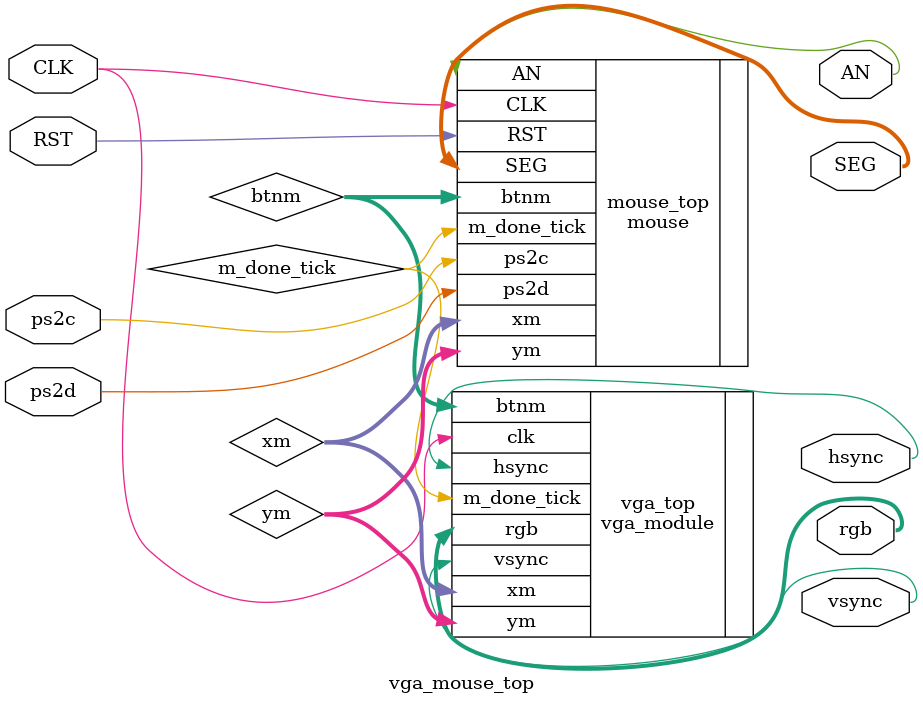
<source format=v>
`timescale 1ns / 1ps

module vga_mouse_top(
    input wire CLK, RST,
    /*inout*/input wire ps2d, ps2c,
    output wire hsync, vsync,
    output wire [2:0] rgb,
    output wire AN,
    output wire [6:0] SEG
    );
    
wire [8:0] xm, ym;
wire [2:0] btnm;
wire m_done_tick;     

mouse mouse_top(
    .CLK(CLK),
    .RST(RST),
    .ps2d(ps2d),
    .ps2c(ps2c),
    .xm(xm),
    .ym(ym),
    .btnm(btnm),
    .m_done_tick(m_done_tick),
    .AN(AN),
    .SEG(SEG[6:0]));

vga_module vga_top(
    .clk(CLK),
    .xm(xm),
    .ym(ym),
    .btnm(btnm),
    .m_done_tick(m_done_tick),
    .hsync(hsync),
    .vsync(vsync),
    .rgb(rgb));
endmodule

</source>
